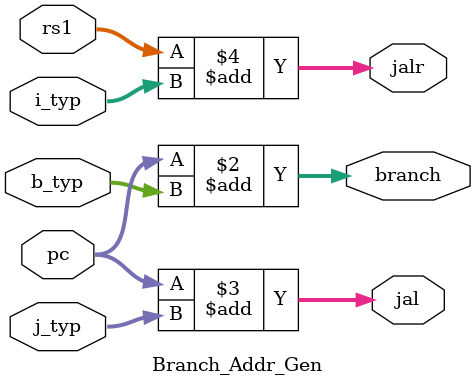
<source format=sv>
`timescale 1ns / 1ps


module Branch_Addr_Gen(
    input [31:0] pc,
    input [31:0] j_typ,
    input [31:0] b_typ,
    input [31:0]i_typ,rs1,
    output logic [31:0] jalr,
    output logic [31:0]jal,
    output logic [31:0]branch
    );
    
    always_comb begin
        branch = (pc + $signed(b_typ));         //Branch condition
        jal = ($signed(pc) + $signed(j_typ));   //JAL condition
        jalr = (rs1 + $signed(i_typ));          //JALR condition
    end
endmodule

</source>
